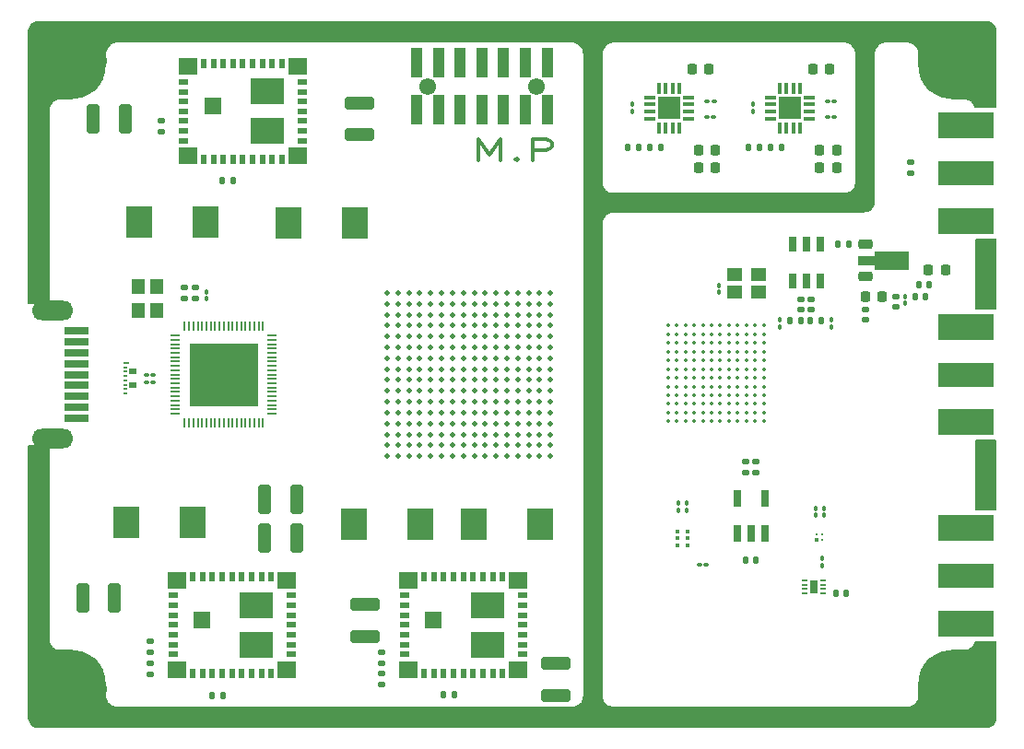
<source format=gts>
%TF.GenerationSoftware,KiCad,Pcbnew,8.0.1*%
%TF.CreationDate,2024-04-14T19:48:44+02:00*%
%TF.ProjectId,start_1,73746172-745f-4312-9e6b-696361645f70,rev?*%
%TF.SameCoordinates,Original*%
%TF.FileFunction,Soldermask,Top*%
%TF.FilePolarity,Negative*%
%FSLAX46Y46*%
G04 Gerber Fmt 4.6, Leading zero omitted, Abs format (unit mm)*
G04 Created by KiCad (PCBNEW 8.0.1) date 2024-04-14 19:48:44*
%MOMM*%
%LPD*%
G01*
G04 APERTURE LIST*
G04 Aperture macros list*
%AMRoundRect*
0 Rectangle with rounded corners*
0 $1 Rounding radius*
0 $2 $3 $4 $5 $6 $7 $8 $9 X,Y pos of 4 corners*
0 Add a 4 corners polygon primitive as box body*
4,1,4,$2,$3,$4,$5,$6,$7,$8,$9,$2,$3,0*
0 Add four circle primitives for the rounded corners*
1,1,$1+$1,$2,$3*
1,1,$1+$1,$4,$5*
1,1,$1+$1,$6,$7*
1,1,$1+$1,$8,$9*
0 Add four rect primitives between the rounded corners*
20,1,$1+$1,$2,$3,$4,$5,0*
20,1,$1+$1,$4,$5,$6,$7,0*
20,1,$1+$1,$6,$7,$8,$9,0*
20,1,$1+$1,$8,$9,$2,$3,0*%
%AMFreePoly0*
4,1,9,3.862500,-0.866500,0.737500,-0.866500,0.737500,-0.450000,-0.737500,-0.450000,-0.737500,0.450000,0.737500,0.450000,0.737500,0.866500,3.862500,0.866500,3.862500,-0.866500,3.862500,-0.866500,$1*%
G04 Aperture macros list end*
%ADD10C,0.300000*%
%ADD11R,0.355600X1.016000*%
%ADD12R,1.016000X0.355600*%
%ADD13R,2.108200X2.108200*%
%ADD14R,6.310000X5.810000*%
%ADD15RoundRect,0.050000X-0.387500X0.050000X-0.387500X-0.050000X0.387500X-0.050000X0.387500X0.050000X0*%
%ADD16RoundRect,0.050000X-0.050000X0.387500X-0.050000X-0.387500X0.050000X-0.387500X0.050000X0.387500X0*%
%ADD17RoundRect,0.100000X-0.100000X0.130000X-0.100000X-0.130000X0.100000X-0.130000X0.100000X0.130000X0*%
%ADD18RoundRect,0.100000X-0.130000X-0.100000X0.130000X-0.100000X0.130000X0.100000X-0.130000X0.100000X0*%
%ADD19RoundRect,0.225000X-0.425000X-0.225000X0.425000X-0.225000X0.425000X0.225000X-0.425000X0.225000X0*%
%ADD20FreePoly0,0.000000*%
%ADD21R,2.400000X2.900000*%
%ADD22C,0.800000*%
%ADD23C,6.400000*%
%ADD24R,1.700000X1.600000*%
%ADD25R,0.600000X0.950000*%
%ADD26R,0.950000X0.600000*%
%ADD27R,1.600000X1.600000*%
%ADD28R,3.100000X2.350000*%
%ADD29R,5.080000X2.290000*%
%ADD30R,5.080000X2.420000*%
%ADD31RoundRect,0.250000X-1.100000X0.325000X-1.100000X-0.325000X1.100000X-0.325000X1.100000X0.325000X0*%
%ADD32RoundRect,0.140000X-0.170000X0.140000X-0.170000X-0.140000X0.170000X-0.140000X0.170000X0.140000X0*%
%ADD33C,0.500000*%
%ADD34RoundRect,0.225000X-0.225000X-0.250000X0.225000X-0.250000X0.225000X0.250000X-0.225000X0.250000X0*%
%ADD35RoundRect,0.100000X0.100000X-0.130000X0.100000X0.130000X-0.100000X0.130000X-0.100000X-0.130000X0*%
%ADD36RoundRect,0.135000X-0.135000X-0.185000X0.135000X-0.185000X0.135000X0.185000X-0.135000X0.185000X0*%
%ADD37RoundRect,0.135000X0.135000X0.185000X-0.135000X0.185000X-0.135000X-0.185000X0.135000X-0.185000X0*%
%ADD38RoundRect,0.250000X0.325000X1.100000X-0.325000X1.100000X-0.325000X-1.100000X0.325000X-1.100000X0*%
%ADD39RoundRect,0.147500X-0.147500X-0.172500X0.147500X-0.172500X0.147500X0.172500X-0.147500X0.172500X0*%
%ADD40RoundRect,0.140000X-0.140000X-0.170000X0.140000X-0.170000X0.140000X0.170000X-0.140000X0.170000X0*%
%ADD41RoundRect,0.218750X0.218750X0.256250X-0.218750X0.256250X-0.218750X-0.256250X0.218750X-0.256250X0*%
%ADD42R,0.736600X1.447800*%
%ADD43R,0.600000X0.200000*%
%ADD44R,0.750000X1.250000*%
%ADD45RoundRect,0.135000X-0.185000X0.135000X-0.185000X-0.135000X0.185000X-0.135000X0.185000X0.135000X0*%
%ADD46R,1.400000X1.150000*%
%ADD47C,1.549400*%
%ADD48R,0.990600X2.743200*%
%ADD49R,2.300000X0.700000*%
%ADD50O,3.800000X1.800000*%
%ADD51RoundRect,0.140000X0.170000X-0.140000X0.170000X0.140000X-0.170000X0.140000X-0.170000X-0.140000X0*%
%ADD52RoundRect,0.135000X0.185000X-0.135000X0.185000X0.135000X-0.185000X0.135000X-0.185000X-0.135000X0*%
%ADD53R,0.300000X0.300000*%
%ADD54R,0.250000X0.250000*%
%ADD55R,0.760000X1.650000*%
%ADD56RoundRect,0.250000X1.100000X-0.325000X1.100000X0.325000X-1.100000X0.325000X-1.100000X-0.325000X0*%
%ADD57RoundRect,0.140000X0.140000X0.170000X-0.140000X0.170000X-0.140000X-0.170000X0.140000X-0.170000X0*%
%ADD58R,0.330000X0.410000*%
%ADD59C,0.355600*%
%ADD60R,1.200000X1.400000*%
%ADD61R,0.508000X0.254000*%
%ADD62R,0.406400X0.254000*%
%ADD63R,0.660400X0.508000*%
%ADD64RoundRect,0.147500X0.147500X0.172500X-0.147500X0.172500X-0.147500X-0.172500X0.147500X-0.172500X0*%
G04 APERTURE END LIST*
D10*
X184355463Y-169839638D02*
X184355463Y-167839638D01*
X184355463Y-167839638D02*
X185388796Y-169268209D01*
X185388796Y-169268209D02*
X186422129Y-167839638D01*
X186422129Y-167839638D02*
X186422129Y-169839638D01*
X187898320Y-169649161D02*
X188045939Y-169744400D01*
X188045939Y-169744400D02*
X187898320Y-169839638D01*
X187898320Y-169839638D02*
X187750701Y-169744400D01*
X187750701Y-169744400D02*
X187898320Y-169649161D01*
X187898320Y-169649161D02*
X187898320Y-169839638D01*
X189374510Y-169839638D02*
X189374510Y-167839638D01*
X189374510Y-167839638D02*
X190555462Y-167839638D01*
X190555462Y-167839638D02*
X190850700Y-167934876D01*
X190850700Y-167934876D02*
X190998319Y-168030114D01*
X190998319Y-168030114D02*
X191145938Y-168220590D01*
X191145938Y-168220590D02*
X191145938Y-168506304D01*
X191145938Y-168506304D02*
X190998319Y-168696780D01*
X190998319Y-168696780D02*
X190850700Y-168792019D01*
X190850700Y-168792019D02*
X190555462Y-168887257D01*
X190555462Y-168887257D02*
X189374510Y-168887257D01*
D11*
%TO.C,IC5*%
X213965200Y-163196600D03*
X213330200Y-163196600D03*
X212669800Y-163196600D03*
X212034800Y-163196600D03*
D12*
X211196600Y-164034800D03*
X211196600Y-164669800D03*
X211196600Y-165330200D03*
X211196600Y-165965200D03*
D11*
X212034800Y-166803400D03*
X212669800Y-166803400D03*
X213330200Y-166803400D03*
X213965200Y-166803400D03*
D12*
X214803400Y-165965200D03*
X214803400Y-165330200D03*
X214803400Y-164669800D03*
X214803400Y-164034800D03*
D13*
X213000000Y-165000000D03*
%TD*%
D11*
%TO.C,IC4*%
X202875600Y-163196600D03*
X202240600Y-163196600D03*
X201580200Y-163196600D03*
X200945200Y-163196600D03*
D12*
X200107000Y-164034800D03*
X200107000Y-164669800D03*
X200107000Y-165330200D03*
X200107000Y-165965200D03*
D11*
X200945200Y-166803400D03*
X201580200Y-166803400D03*
X202240600Y-166803400D03*
X202875600Y-166803400D03*
D12*
X203713800Y-165965200D03*
X203713800Y-165330200D03*
X203713800Y-164669800D03*
X203713800Y-164034800D03*
D13*
X201910400Y-165000000D03*
%TD*%
D14*
%TO.C,U4*%
X161000000Y-189500000D03*
D15*
X165437500Y-185900000D03*
X165437500Y-186300000D03*
X165437500Y-186700000D03*
X165437500Y-187100000D03*
X165437500Y-187500000D03*
X165437500Y-187900000D03*
X165437500Y-188300000D03*
X165437500Y-188700000D03*
X165437500Y-189100000D03*
X165437500Y-189500000D03*
X165437500Y-189900000D03*
X165437500Y-190300000D03*
X165437500Y-190700000D03*
X165437500Y-191100000D03*
X165437500Y-191500000D03*
X165437500Y-191900000D03*
X165437500Y-192300000D03*
X165437500Y-192700000D03*
X165437500Y-193100000D03*
D16*
X164600000Y-193937500D03*
X164200000Y-193937500D03*
X163800000Y-193937500D03*
X163400000Y-193937500D03*
X163000000Y-193937500D03*
X162600000Y-193937500D03*
X162200000Y-193937500D03*
X161800000Y-193937500D03*
X161400000Y-193937500D03*
X161000000Y-193937500D03*
X160600000Y-193937500D03*
X160200000Y-193937500D03*
X159800000Y-193937500D03*
X159400000Y-193937500D03*
X159000000Y-193937500D03*
X158600000Y-193937500D03*
X158200000Y-193937500D03*
X157800000Y-193937500D03*
X157400000Y-193937500D03*
D15*
X156562500Y-193100000D03*
X156562500Y-192700000D03*
X156562500Y-192300000D03*
X156562500Y-191900000D03*
X156562500Y-191500000D03*
X156562500Y-191100000D03*
X156562500Y-190700000D03*
X156562500Y-190300000D03*
X156562500Y-189900000D03*
X156562500Y-189500000D03*
X156562500Y-189100000D03*
X156562500Y-188700000D03*
X156562500Y-188300000D03*
X156562500Y-187900000D03*
X156562500Y-187500000D03*
X156562500Y-187100000D03*
X156562500Y-186700000D03*
X156562500Y-186300000D03*
X156562500Y-185900000D03*
D16*
X157400000Y-185062500D03*
X157800000Y-185062500D03*
X158200000Y-185062500D03*
X158600000Y-185062500D03*
X159000000Y-185062500D03*
X159400000Y-185062500D03*
X159800000Y-185062500D03*
X160200000Y-185062500D03*
X160600000Y-185062500D03*
X161000000Y-185062500D03*
X161400000Y-185062500D03*
X161800000Y-185062500D03*
X162200000Y-185062500D03*
X162600000Y-185062500D03*
X163000000Y-185062500D03*
X163400000Y-185062500D03*
X163800000Y-185062500D03*
X164200000Y-185062500D03*
X164600000Y-185062500D03*
%TD*%
D17*
%TO.C,C119*%
X223600000Y-182945000D03*
X223600000Y-182305000D03*
%TD*%
D18*
%TO.C,C98*%
X217090000Y-165850000D03*
X216450000Y-165850000D03*
%TD*%
D19*
%TO.C,U6*%
X219950000Y-177500000D03*
D20*
X220037500Y-179000000D03*
D19*
X219950000Y-180500000D03*
%TD*%
D21*
%TO.C,C76*%
X153200000Y-175500000D03*
X159300000Y-175500000D03*
%TD*%
D22*
%TO.C,H1*%
X225600000Y-218000000D03*
X226302944Y-216302944D03*
X226302944Y-219697056D03*
X228000000Y-215600000D03*
D23*
X228000000Y-218000000D03*
D22*
X228000000Y-220400000D03*
X229697056Y-216302944D03*
X229697056Y-219697056D03*
X230400000Y-218000000D03*
%TD*%
D17*
%TO.C,C105*%
X202750000Y-201975000D03*
X202750000Y-201335000D03*
%TD*%
%TO.C,C116*%
X216000000Y-207040000D03*
X216000000Y-206400000D03*
%TD*%
D24*
%TO.C,IC3*%
X156700000Y-216600000D03*
D25*
X158150000Y-216925000D03*
X159050000Y-216925000D03*
X159950000Y-216925000D03*
X160850000Y-216925000D03*
X161750000Y-216925000D03*
X162650000Y-216925000D03*
X163550000Y-216925000D03*
X164450000Y-216925000D03*
X165350000Y-216925000D03*
D24*
X166800000Y-216600000D03*
D26*
X167175000Y-215200000D03*
X167175000Y-214300000D03*
X167175000Y-213400000D03*
X167175000Y-212500000D03*
X167175000Y-211600000D03*
X167175000Y-210700000D03*
X167175000Y-209800000D03*
D24*
X166800000Y-208400000D03*
D25*
X165350000Y-208075000D03*
X164450000Y-208075000D03*
X163550000Y-208075000D03*
X162650000Y-208075000D03*
X161750000Y-208075000D03*
X160850000Y-208075000D03*
X159950000Y-208075000D03*
X159050000Y-208075000D03*
X158150000Y-208075000D03*
D24*
X156700000Y-208400000D03*
D26*
X156325000Y-209800000D03*
X156325000Y-210700000D03*
X156325000Y-211600000D03*
X156325000Y-212500000D03*
X156325000Y-213400000D03*
X156325000Y-214300000D03*
X156325000Y-215200000D03*
D27*
X159000000Y-212050000D03*
D28*
X164000000Y-214335000D03*
X164000000Y-210665000D03*
%TD*%
D29*
%TO.C,J3*%
X229130000Y-189500000D03*
D30*
X229130000Y-193880000D03*
X229130000Y-185120000D03*
%TD*%
D17*
%TO.C,C104*%
X216100000Y-202420000D03*
X216100000Y-201780000D03*
%TD*%
D31*
%TO.C,C78*%
X174000000Y-210650000D03*
X174000000Y-213600000D03*
%TD*%
D32*
%TO.C,C121*%
X209900000Y-197530000D03*
X209900000Y-198490000D03*
%TD*%
D33*
%TO.C,U1*%
X191000000Y-197000000D03*
X190000000Y-197000000D03*
X189000000Y-197000000D03*
X188000000Y-197000000D03*
X187000000Y-197000000D03*
X186000000Y-197000000D03*
X185000000Y-197000000D03*
X184000000Y-197000000D03*
X183000000Y-197000000D03*
X182000000Y-197000000D03*
X181000000Y-197000000D03*
X180000000Y-197000000D03*
X179000000Y-197000000D03*
X178000000Y-197000000D03*
X177000000Y-197000000D03*
X176000000Y-197000000D03*
X191000000Y-196000000D03*
X190000000Y-196000000D03*
X189000000Y-196000000D03*
X188000000Y-196000000D03*
X187000000Y-196000000D03*
X186000000Y-196000000D03*
X185000000Y-196000000D03*
X184000000Y-196000000D03*
X183000000Y-196000000D03*
X182000000Y-196000000D03*
X181000000Y-196000000D03*
X180000000Y-196000000D03*
X179000000Y-196000000D03*
X178000000Y-196000000D03*
X177000000Y-196000000D03*
X176000000Y-196000000D03*
X191000000Y-195000000D03*
X190000000Y-195000000D03*
X189000000Y-195000000D03*
X188000000Y-195000000D03*
X187000000Y-195000000D03*
X186000000Y-195000000D03*
X185000000Y-195000000D03*
X184000000Y-195000000D03*
X183000000Y-195000000D03*
X182000000Y-195000000D03*
X181000000Y-195000000D03*
X180000000Y-195000000D03*
X179000000Y-195000000D03*
X178000000Y-195000000D03*
X177000000Y-195000000D03*
X176000000Y-195000000D03*
X191000000Y-194000000D03*
X190000000Y-194000000D03*
X189000000Y-194000000D03*
X188000000Y-194000000D03*
X187000000Y-194000000D03*
X186000000Y-194000000D03*
X185000000Y-194000000D03*
X184000000Y-194000000D03*
X183000000Y-194000000D03*
X182000000Y-194000000D03*
X181000000Y-194000000D03*
X180000000Y-194000000D03*
X179000000Y-194000000D03*
X178000000Y-194000000D03*
X177000000Y-194000000D03*
X176000000Y-194000000D03*
X191000000Y-193000000D03*
X190000000Y-193000000D03*
X189000000Y-193000000D03*
X188000000Y-193000000D03*
X187000000Y-193000000D03*
X186000000Y-193000000D03*
X185000000Y-193000000D03*
X184000000Y-193000000D03*
X183000000Y-193000000D03*
X182000000Y-193000000D03*
X181000000Y-193000000D03*
X180000000Y-193000000D03*
X179000000Y-193000000D03*
X178000000Y-193000000D03*
X177000000Y-193000000D03*
X176000000Y-193000000D03*
X191000000Y-192000000D03*
X190000000Y-192000000D03*
X189000000Y-192000000D03*
X188000000Y-192000000D03*
X187000000Y-192000000D03*
X186000000Y-192000000D03*
X185000000Y-192000000D03*
X184000000Y-192000000D03*
X183000000Y-192000000D03*
X182000000Y-192000000D03*
X181000000Y-192000000D03*
X180000000Y-192000000D03*
X179000000Y-192000000D03*
X178000000Y-192000000D03*
X177000000Y-192000000D03*
X176000000Y-192000000D03*
X191000000Y-191000000D03*
X190000000Y-191000000D03*
X189000000Y-191000000D03*
X188000000Y-191000000D03*
X187000000Y-191000000D03*
X186000000Y-191000000D03*
X185000000Y-191000000D03*
X184000000Y-191000000D03*
X183000000Y-191000000D03*
X182000000Y-191000000D03*
X181000000Y-191000000D03*
X180000000Y-191000000D03*
X179000000Y-191000000D03*
X178000000Y-191000000D03*
X177000000Y-191000000D03*
X176000000Y-191000000D03*
X191000000Y-190000000D03*
X190000000Y-190000000D03*
X189000000Y-190000000D03*
X188000000Y-190000000D03*
X187000000Y-190000000D03*
X186000000Y-190000000D03*
X185000000Y-190000000D03*
X184000000Y-190000000D03*
X183000000Y-190000000D03*
X182000000Y-190000000D03*
X181000000Y-190000000D03*
X180000000Y-190000000D03*
X179000000Y-190000000D03*
X178000000Y-190000000D03*
X177000000Y-190000000D03*
X176000000Y-190000000D03*
X191000000Y-189000000D03*
X190000000Y-189000000D03*
X189000000Y-189000000D03*
X188000000Y-189000000D03*
X187000000Y-189000000D03*
X186000000Y-189000000D03*
X185000000Y-189000000D03*
X184000000Y-189000000D03*
X183000000Y-189000000D03*
X182000000Y-189000000D03*
X181000000Y-189000000D03*
X180000000Y-189000000D03*
X179000000Y-189000000D03*
X178000000Y-189000000D03*
X177000000Y-189000000D03*
X176000000Y-189000000D03*
X191000000Y-188000000D03*
X190000000Y-188000000D03*
X189000000Y-188000000D03*
X188000000Y-188000000D03*
X187000000Y-188000000D03*
X186000000Y-188000000D03*
X185000000Y-188000000D03*
X184000000Y-188000000D03*
X183000000Y-188000000D03*
X182000000Y-188000000D03*
X181000000Y-188000000D03*
X180000000Y-188000000D03*
X179000000Y-188000000D03*
X178000000Y-188000000D03*
X177000000Y-188000000D03*
X176000000Y-188000000D03*
X191000000Y-187000000D03*
X190000000Y-187000000D03*
X189000000Y-187000000D03*
X188000000Y-187000000D03*
X187000000Y-187000000D03*
X186000000Y-187000000D03*
X185000000Y-187000000D03*
X184000000Y-187000000D03*
X183000000Y-187000000D03*
X182000000Y-187000000D03*
X181000000Y-187000000D03*
X180000000Y-187000000D03*
X179000000Y-187000000D03*
X178000000Y-187000000D03*
X177000000Y-187000000D03*
X176000000Y-187000000D03*
X191000000Y-186000000D03*
X190000000Y-186000000D03*
X189000000Y-186000000D03*
X188000000Y-186000000D03*
X187000000Y-186000000D03*
X186000000Y-186000000D03*
X185000000Y-186000000D03*
X184000000Y-186000000D03*
X183000000Y-186000000D03*
X182000000Y-186000000D03*
X181000000Y-186000000D03*
X180000000Y-186000000D03*
X179000000Y-186000000D03*
X178000000Y-186000000D03*
X177000000Y-186000000D03*
X176000000Y-186000000D03*
X191000000Y-185000000D03*
X190000000Y-185000000D03*
X189000000Y-185000000D03*
X188000000Y-185000000D03*
X187000000Y-185000000D03*
X186000000Y-185000000D03*
X185000000Y-185000000D03*
X184000000Y-185000000D03*
X183000000Y-185000000D03*
X182000000Y-185000000D03*
X181000000Y-185000000D03*
X180000000Y-185000000D03*
X179000000Y-185000000D03*
X178000000Y-185000000D03*
X177000000Y-185000000D03*
X176000000Y-185000000D03*
X191000000Y-184000000D03*
X190000000Y-184000000D03*
X189000000Y-184000000D03*
X188000000Y-184000000D03*
X187000000Y-184000000D03*
X186000000Y-184000000D03*
X185000000Y-184000000D03*
X184000000Y-184000000D03*
X183000000Y-184000000D03*
X182000000Y-184000000D03*
X181000000Y-184000000D03*
X180000000Y-184000000D03*
X179000000Y-184000000D03*
X178000000Y-184000000D03*
X177000000Y-184000000D03*
X176000000Y-184000000D03*
X191000000Y-183000000D03*
X190000000Y-183000000D03*
X189000000Y-183000000D03*
X188000000Y-183000000D03*
X187000000Y-183000000D03*
X186000000Y-183000000D03*
X185000000Y-183000000D03*
X184000000Y-183000000D03*
X183000000Y-183000000D03*
X182000000Y-183000000D03*
X181000000Y-183000000D03*
X180000000Y-183000000D03*
X179000000Y-183000000D03*
X178000000Y-183000000D03*
X177000000Y-183000000D03*
X176000000Y-183000000D03*
X191000000Y-182000000D03*
X190000000Y-182000000D03*
X189000000Y-182000000D03*
X188000000Y-182000000D03*
X187000000Y-182000000D03*
X186000000Y-182000000D03*
X185000000Y-182000000D03*
X184000000Y-182000000D03*
X183000000Y-182000000D03*
X182000000Y-182000000D03*
X181000000Y-182000000D03*
X180000000Y-182000000D03*
X179000000Y-182000000D03*
X178000000Y-182000000D03*
X177000000Y-182000000D03*
X176000000Y-182000000D03*
%TD*%
D29*
%TO.C,J4*%
X229130000Y-208000000D03*
D30*
X229130000Y-212380000D03*
X229130000Y-203620000D03*
%TD*%
D34*
%TO.C,C93*%
X204582000Y-168850000D03*
X206132000Y-168850000D03*
%TD*%
D35*
%TO.C,C154*%
X206500000Y-181280000D03*
X206500000Y-181920000D03*
%TD*%
%TO.C,C92*%
X209600000Y-164680000D03*
X209600000Y-165320000D03*
%TD*%
D32*
%TO.C,C117*%
X208900000Y-197530000D03*
X208900000Y-198490000D03*
%TD*%
D18*
%TO.C,C89*%
X206020000Y-164350000D03*
X205380000Y-164350000D03*
%TD*%
D36*
%TO.C,R21*%
X181190000Y-218950000D03*
X182210000Y-218950000D03*
%TD*%
D24*
%TO.C,IC1*%
X177950000Y-216600000D03*
D25*
X179400000Y-216925000D03*
X180300000Y-216925000D03*
X181200000Y-216925000D03*
X182100000Y-216925000D03*
X183000000Y-216925000D03*
X183900000Y-216925000D03*
X184800000Y-216925000D03*
X185700000Y-216925000D03*
X186600000Y-216925000D03*
D24*
X188050000Y-216600000D03*
D26*
X188425000Y-215200000D03*
X188425000Y-214300000D03*
X188425000Y-213400000D03*
X188425000Y-212500000D03*
X188425000Y-211600000D03*
X188425000Y-210700000D03*
X188425000Y-209800000D03*
D24*
X188050000Y-208400000D03*
D25*
X186600000Y-208075000D03*
X185700000Y-208075000D03*
X184800000Y-208075000D03*
X183900000Y-208075000D03*
X183000000Y-208075000D03*
X182100000Y-208075000D03*
X181200000Y-208075000D03*
X180300000Y-208075000D03*
X179400000Y-208075000D03*
D24*
X177950000Y-208400000D03*
D26*
X177575000Y-209800000D03*
X177575000Y-210700000D03*
X177575000Y-211600000D03*
X177575000Y-212500000D03*
X177575000Y-213400000D03*
X177575000Y-214300000D03*
X177575000Y-215200000D03*
D27*
X180250000Y-212050000D03*
D28*
X185250000Y-214335000D03*
X185250000Y-210665000D03*
%TD*%
D37*
%TO.C,R32*%
X210226400Y-168600000D03*
X209206400Y-168600000D03*
%TD*%
D17*
%TO.C,C103*%
X215350000Y-202420000D03*
X215350000Y-201780000D03*
%TD*%
D36*
%TO.C,R23*%
X159890000Y-219000000D03*
X160910000Y-219000000D03*
%TD*%
D18*
%TO.C,C97*%
X205980400Y-165850000D03*
X205340400Y-165850000D03*
%TD*%
D38*
%TO.C,C83*%
X167725000Y-201000000D03*
X164775000Y-201000000D03*
%TD*%
D39*
%TO.C,FB6*%
X224815000Y-181200000D03*
X225785000Y-181200000D03*
%TD*%
D40*
%TO.C,C115*%
X208920000Y-206530000D03*
X209880000Y-206530000D03*
%TD*%
D21*
%TO.C,C85*%
X173050000Y-175600000D03*
X166950000Y-175600000D03*
%TD*%
D40*
%TO.C,C113*%
X217220000Y-209600000D03*
X218180000Y-209600000D03*
%TD*%
D41*
%TO.C,L3*%
X221487500Y-182300000D03*
X219912500Y-182300000D03*
%TD*%
D42*
%TO.C,T3*%
X213230000Y-177523600D03*
X214500000Y-177523600D03*
X215770000Y-177523600D03*
X215770000Y-180876400D03*
X214500000Y-180876400D03*
X213230000Y-180876400D03*
%TD*%
D43*
%TO.C,S1*%
X216050000Y-209600000D03*
X216050000Y-209200000D03*
X216050000Y-208800000D03*
X216050000Y-208400000D03*
X214350000Y-208400000D03*
X214350000Y-208800000D03*
X214350000Y-209200000D03*
X214350000Y-209600000D03*
D44*
X215200000Y-209000000D03*
%TD*%
D17*
%TO.C,C109*%
X216800000Y-185120000D03*
X216800000Y-184480000D03*
%TD*%
D45*
%TO.C,R24*%
X175500000Y-214980000D03*
X175500000Y-216000000D03*
%TD*%
D22*
%TO.C,H2*%
X144600000Y-218000000D03*
X145302944Y-216302944D03*
X145302944Y-219697056D03*
X147000000Y-215600000D03*
D23*
X147000000Y-218000000D03*
D22*
X147000000Y-220400000D03*
X148697056Y-216302944D03*
X148697056Y-219697056D03*
X149400000Y-218000000D03*
%TD*%
D34*
%TO.C,C125*%
X225725000Y-179900000D03*
X227275000Y-179900000D03*
%TD*%
D17*
%TO.C,C106*%
X203500000Y-201975000D03*
X203500000Y-201335000D03*
%TD*%
D46*
%TO.C,Y2*%
X207900000Y-181925000D03*
X210100000Y-181925000D03*
X210100000Y-180325000D03*
X207900000Y-180325000D03*
%TD*%
D47*
%TO.C,J1*%
X179700000Y-163000000D03*
X189700000Y-163000000D03*
D48*
X178699999Y-165130001D03*
X178699999Y-160869999D03*
X180700000Y-165130001D03*
X180700000Y-160869999D03*
X182699999Y-165130001D03*
X182699999Y-160869999D03*
X184700000Y-165130001D03*
X184700000Y-160869999D03*
X186700001Y-165130001D03*
X186700001Y-160869999D03*
X188700000Y-165130001D03*
X188700000Y-160869999D03*
X190700001Y-165130001D03*
X190700001Y-160869999D03*
%TD*%
D49*
%TO.C,J2*%
X147500000Y-192500000D03*
X147500000Y-190500000D03*
X147500000Y-188500000D03*
X147500000Y-186500000D03*
X147500000Y-185500000D03*
X147500000Y-187500000D03*
X147500000Y-189500000D03*
X147500000Y-191500000D03*
X147500000Y-193500000D03*
D50*
X145300000Y-183650000D03*
X145300000Y-195350000D03*
%TD*%
D34*
%TO.C,C87*%
X204025000Y-161400000D03*
X205575000Y-161400000D03*
%TD*%
D36*
%TO.C,R22*%
X160835585Y-171700001D03*
X161855585Y-171700001D03*
%TD*%
D32*
%TO.C,C118*%
X222700000Y-182320000D03*
X222700000Y-183280000D03*
%TD*%
D51*
%TO.C,C108*%
X214000000Y-183560000D03*
X214000000Y-182600000D03*
%TD*%
D31*
%TO.C,C81*%
X191500000Y-216025000D03*
X191500000Y-218975000D03*
%TD*%
D34*
%TO.C,C94*%
X215725000Y-168850000D03*
X217275000Y-168850000D03*
%TD*%
D52*
%TO.C,R26*%
X155245585Y-167210001D03*
X155245585Y-166190001D03*
%TD*%
D18*
%TO.C,C114*%
X205320000Y-207000000D03*
X204680000Y-207000000D03*
%TD*%
D22*
%TO.C,H4*%
X144600000Y-161000000D03*
X145302944Y-159302944D03*
X145302944Y-162697056D03*
X147000000Y-158600000D03*
D23*
X147000000Y-161000000D03*
D22*
X147000000Y-163400000D03*
X148697056Y-159302944D03*
X148697056Y-162697056D03*
X149400000Y-161000000D03*
%TD*%
D37*
%TO.C,R29*%
X201127000Y-168600000D03*
X200107000Y-168600000D03*
%TD*%
D53*
%TO.C,FL1*%
X215445000Y-204725000D03*
D54*
X215970000Y-204700000D03*
X215970000Y-204200000D03*
X215470000Y-204200000D03*
%TD*%
D34*
%TO.C,C88*%
X215125000Y-161400000D03*
X216675000Y-161400000D03*
%TD*%
D17*
%TO.C,C100*%
X212100000Y-185120000D03*
X212100000Y-184480000D03*
%TD*%
D45*
%TO.C,R27*%
X154250000Y-213980000D03*
X154250000Y-215000000D03*
%TD*%
D38*
%TO.C,C86*%
X167725000Y-204500000D03*
X164775000Y-204500000D03*
%TD*%
D45*
%TO.C,R19*%
X158400000Y-181500000D03*
X158400000Y-182520000D03*
%TD*%
D55*
%TO.C,T1*%
X210670000Y-204080000D03*
X209400000Y-204080000D03*
X208130000Y-204080000D03*
X208130000Y-200900000D03*
X210670000Y-200900000D03*
%TD*%
D40*
%TO.C,C110*%
X217420000Y-177500000D03*
X218380000Y-177500000D03*
%TD*%
D56*
%TO.C,C82*%
X173500000Y-167475000D03*
X173500000Y-164525000D03*
%TD*%
D37*
%TO.C,R30*%
X199127000Y-168600000D03*
X198107000Y-168600000D03*
%TD*%
D57*
%TO.C,C122*%
X225480000Y-182300000D03*
X224520000Y-182300000D03*
%TD*%
D37*
%TO.C,R31*%
X212206600Y-168600000D03*
X211186600Y-168600000D03*
%TD*%
D58*
%TO.C,T2*%
X203620000Y-205220000D03*
X203620000Y-204560000D03*
X203620000Y-203900000D03*
X202630000Y-203900000D03*
X202630000Y-204560000D03*
X202630000Y-205220000D03*
%TD*%
D34*
%TO.C,C95*%
X204582000Y-170500000D03*
X206132000Y-170500000D03*
%TD*%
D29*
%TO.C,J5*%
X229130000Y-171000000D03*
D30*
X229130000Y-175380000D03*
X229130000Y-166620000D03*
%TD*%
D35*
%TO.C,C91*%
X198500000Y-164680000D03*
X198500000Y-165320000D03*
%TD*%
%TO.C,C74*%
X159400000Y-181880000D03*
X159400000Y-182520000D03*
%TD*%
D51*
%TO.C,C107*%
X214950000Y-183560000D03*
X214950000Y-182600000D03*
%TD*%
D59*
%TO.C,U5*%
X201800000Y-193800000D03*
X201800000Y-193000000D03*
X201800000Y-192200000D03*
X201800000Y-191400000D03*
X201800000Y-190600000D03*
X201800000Y-189800000D03*
X201800000Y-189000000D03*
X201800000Y-188200000D03*
X201800000Y-187400000D03*
X201800000Y-186600001D03*
X201800000Y-185800001D03*
X201800000Y-185000001D03*
X202600000Y-193800000D03*
X202600000Y-193000000D03*
X202600000Y-192200000D03*
X202600000Y-191400000D03*
X202600000Y-190600000D03*
X202600000Y-189800000D03*
X202600000Y-189000000D03*
X202600000Y-188200000D03*
X202600000Y-187400000D03*
X202600000Y-186600001D03*
X202600000Y-185800001D03*
X202600000Y-185000001D03*
X203400000Y-193800000D03*
X203400000Y-193000000D03*
X203400000Y-192200000D03*
X203400000Y-191400000D03*
X203400000Y-190600000D03*
X203400000Y-189800000D03*
X203400000Y-189000000D03*
X203400000Y-188200000D03*
X203400000Y-187400000D03*
X203400000Y-186600001D03*
X203400000Y-185800001D03*
X203400000Y-185000001D03*
X204200000Y-193800000D03*
X204200000Y-193000000D03*
X204200000Y-192200000D03*
X204200000Y-191400000D03*
X204200000Y-190600000D03*
X204200000Y-189800000D03*
X204200000Y-189000000D03*
X204200000Y-188200000D03*
X204200000Y-187400000D03*
X204200000Y-186600001D03*
X204200000Y-185800001D03*
X204200000Y-185000001D03*
X205000000Y-193800000D03*
X205000000Y-193000000D03*
X205000000Y-192200000D03*
X205000000Y-191400000D03*
X205000000Y-190600000D03*
X205000000Y-189800000D03*
X205000000Y-189000000D03*
X205000000Y-188200000D03*
X205000000Y-187400000D03*
X205000000Y-186600001D03*
X205000000Y-185800001D03*
X205000000Y-185000001D03*
X205800000Y-193800000D03*
X205800000Y-193000000D03*
X205800000Y-192200000D03*
X205800000Y-191400000D03*
X205800000Y-190600000D03*
X205800000Y-189800000D03*
X205800000Y-189000000D03*
X205800000Y-188200000D03*
X205800000Y-187400000D03*
X205800000Y-186600001D03*
X205800000Y-185800001D03*
X205800000Y-185000001D03*
X206600000Y-193800000D03*
X206600000Y-193000000D03*
X206600000Y-192200000D03*
X206600000Y-191400000D03*
X206600000Y-190600000D03*
X206600000Y-189800000D03*
X206600000Y-189000000D03*
X206600000Y-188200000D03*
X206600000Y-187400000D03*
X206600000Y-186600001D03*
X206600000Y-185800001D03*
X206600000Y-185000001D03*
X207400000Y-193800000D03*
X207400000Y-193000000D03*
X207400000Y-192200000D03*
X207400000Y-191400000D03*
X207400000Y-190600000D03*
X207400000Y-189800000D03*
X207400000Y-189000000D03*
X207400000Y-188200000D03*
X207400000Y-187400000D03*
X207400000Y-186600001D03*
X207400000Y-185800001D03*
X207400000Y-185000001D03*
X208200000Y-193800000D03*
X208200000Y-193000000D03*
X208200000Y-192200000D03*
X208200000Y-191400000D03*
X208200000Y-190600000D03*
X208200000Y-189800000D03*
X208200000Y-189000000D03*
X208200000Y-188200000D03*
X208200000Y-187400000D03*
X208200000Y-186600001D03*
X208200000Y-185800001D03*
X208200000Y-185000001D03*
X208999999Y-193800000D03*
X208999999Y-193000000D03*
X208999999Y-192200000D03*
X208999999Y-191400000D03*
X208999999Y-190600000D03*
X208999999Y-189800000D03*
X208999999Y-189000000D03*
X208999999Y-188200000D03*
X208999999Y-187400000D03*
X208999999Y-186600001D03*
X208999999Y-185800001D03*
X208999999Y-185000001D03*
X209799999Y-193800000D03*
X209799999Y-193000000D03*
X209799999Y-192200000D03*
X209799999Y-191400000D03*
X209799999Y-190600000D03*
X209799999Y-189800000D03*
X209799999Y-189000000D03*
X209799999Y-188200000D03*
X209799999Y-187400000D03*
X209799999Y-186600001D03*
X209799999Y-185800001D03*
X209799999Y-185000001D03*
X210599999Y-193800000D03*
X210599999Y-193000000D03*
X210599999Y-192200000D03*
X210599999Y-191400000D03*
X210599999Y-190600000D03*
X210599999Y-189800000D03*
X210599999Y-189000000D03*
X210599999Y-188200000D03*
X210599999Y-187400000D03*
X210599999Y-186600001D03*
X210599999Y-185800001D03*
X210599999Y-185000001D03*
%TD*%
D21*
%TO.C,C75*%
X172950000Y-203250000D03*
X179050000Y-203250000D03*
%TD*%
D38*
%TO.C,C79*%
X151975000Y-166000000D03*
X149025000Y-166000000D03*
%TD*%
D34*
%TO.C,C96*%
X215725000Y-170500000D03*
X217275000Y-170500000D03*
%TD*%
D45*
%TO.C,R18*%
X157400000Y-181490000D03*
X157400000Y-182510000D03*
%TD*%
D32*
%TO.C,C111*%
X219900000Y-183520000D03*
X219900000Y-184480000D03*
%TD*%
D38*
%TO.C,C80*%
X150975000Y-210000000D03*
X148025000Y-210000000D03*
%TD*%
D52*
%TO.C,R35*%
X224100000Y-171010000D03*
X224100000Y-169990000D03*
%TD*%
D39*
%TO.C,L1*%
X213030000Y-184500000D03*
X214000000Y-184500000D03*
%TD*%
D18*
%TO.C,C60*%
X154500000Y-190200000D03*
X153860000Y-190200000D03*
%TD*%
D60*
%TO.C,Y1*%
X153150000Y-181400000D03*
X153150000Y-183600000D03*
X154850000Y-183600000D03*
X154850000Y-181400000D03*
%TD*%
D21*
%TO.C,C84*%
X190048972Y-203250000D03*
X183948972Y-203250000D03*
%TD*%
D18*
%TO.C,C90*%
X217070000Y-164350000D03*
X216430000Y-164350000D03*
%TD*%
D21*
%TO.C,C77*%
X152000000Y-203050000D03*
X158100000Y-203050000D03*
%TD*%
D45*
%TO.C,R28*%
X154250000Y-216055000D03*
X154250000Y-217075000D03*
%TD*%
D61*
%TO.C,U3*%
X152000000Y-188430000D03*
D62*
X151949200Y-188829999D03*
X151949200Y-189230001D03*
X151949200Y-189630000D03*
X151949200Y-190030000D03*
X151949200Y-190429999D03*
X151949200Y-190830001D03*
X151949200Y-191230000D03*
D63*
X152622198Y-190424999D03*
X152622198Y-189235001D03*
%TD*%
D64*
%TO.C,L2*%
X215870000Y-184500000D03*
X214900000Y-184500000D03*
%TD*%
D22*
%TO.C,H3*%
X225600000Y-161000000D03*
X226302944Y-159302944D03*
X226302944Y-162697056D03*
X228000000Y-158600000D03*
D23*
X228000000Y-161000000D03*
D22*
X228000000Y-163400000D03*
X229697056Y-159302944D03*
X229697056Y-162697056D03*
X230400000Y-161000000D03*
%TD*%
D24*
%TO.C,IC2*%
X157695585Y-169400001D03*
D25*
X159145585Y-169725001D03*
X160045585Y-169725001D03*
X160945585Y-169725001D03*
X161845585Y-169725001D03*
X162745585Y-169725001D03*
X163645585Y-169725001D03*
X164545585Y-169725001D03*
X165445585Y-169725001D03*
X166345585Y-169725001D03*
D24*
X167795585Y-169400001D03*
D26*
X168170585Y-168000001D03*
X168170585Y-167100001D03*
X168170585Y-166200001D03*
X168170585Y-165300001D03*
X168170585Y-164400001D03*
X168170585Y-163500001D03*
X168170585Y-162600001D03*
D24*
X167795585Y-161200001D03*
D25*
X166345585Y-160875001D03*
X165445585Y-160875001D03*
X164545585Y-160875001D03*
X163645585Y-160875001D03*
X162745585Y-160875001D03*
X161845585Y-160875001D03*
X160945585Y-160875001D03*
X160045585Y-160875001D03*
X159145585Y-160875001D03*
D24*
X157695585Y-161200001D03*
D26*
X157320585Y-162600001D03*
X157320585Y-163500001D03*
X157320585Y-164400001D03*
X157320585Y-165300001D03*
X157320585Y-166200001D03*
X157320585Y-167100001D03*
X157320585Y-168000001D03*
D27*
X159995585Y-164850001D03*
D28*
X164995585Y-167135001D03*
X164995585Y-163465001D03*
%TD*%
D18*
%TO.C,C59*%
X154500000Y-189500000D03*
X153860000Y-189500000D03*
%TD*%
D45*
%TO.C,R25*%
X175500000Y-216980000D03*
X175500000Y-218000000D03*
%TD*%
G36*
X144943039Y-196019685D02*
G01*
X144988794Y-196072489D01*
X145000000Y-196124000D01*
X145000000Y-213799998D01*
X145009999Y-213939994D01*
X145019999Y-213999996D01*
X145040000Y-214079998D01*
X145079995Y-214189988D01*
X145079998Y-214189995D01*
X145120000Y-214280000D01*
X145169993Y-214359991D01*
X145225200Y-214433599D01*
X145249676Y-214499041D01*
X145250000Y-214507999D01*
X145250000Y-215376000D01*
X145230315Y-215443039D01*
X145177511Y-215488794D01*
X145126001Y-215500000D01*
X145000000Y-215500000D01*
X145000000Y-220000000D01*
X145126000Y-220000000D01*
X145193039Y-220019685D01*
X145238794Y-220072489D01*
X145250000Y-220124000D01*
X145250000Y-221876000D01*
X145230315Y-221943039D01*
X145177511Y-221988794D01*
X145126000Y-222000000D01*
X144001527Y-222000000D01*
X143998490Y-221999963D01*
X143912420Y-221997854D01*
X143891266Y-221995508D01*
X143720993Y-221961639D01*
X143697731Y-221954583D01*
X143538745Y-221888728D01*
X143517307Y-221877269D01*
X143374224Y-221781664D01*
X143355434Y-221766243D01*
X143233756Y-221644565D01*
X143218335Y-221625775D01*
X143122730Y-221482692D01*
X143111271Y-221461254D01*
X143045416Y-221302268D01*
X143038360Y-221279006D01*
X143004491Y-221108733D01*
X143002145Y-221087578D01*
X143000037Y-221001509D01*
X143000000Y-220998473D01*
X143000000Y-196124000D01*
X143019685Y-196056961D01*
X143072489Y-196011206D01*
X143124000Y-196000000D01*
X144876000Y-196000000D01*
X144943039Y-196019685D01*
G37*
G36*
X145193039Y-157019685D02*
G01*
X145238794Y-157072489D01*
X145250000Y-157124000D01*
X145250000Y-158876000D01*
X145230315Y-158943039D01*
X145177511Y-158988794D01*
X145126000Y-159000000D01*
X145000000Y-159000000D01*
X145000000Y-163500000D01*
X145126000Y-163500000D01*
X145193039Y-163519685D01*
X145238794Y-163572489D01*
X145250000Y-163624000D01*
X145250000Y-164492000D01*
X145230315Y-164559039D01*
X145225200Y-164566400D01*
X145169993Y-164640008D01*
X145120000Y-164719999D01*
X145079998Y-164810004D01*
X145079992Y-164810020D01*
X145039999Y-164920002D01*
X145020001Y-164999998D01*
X145009999Y-165060007D01*
X145000000Y-165200001D01*
X145000000Y-182876000D01*
X144980315Y-182943039D01*
X144927511Y-182988794D01*
X144876000Y-183000000D01*
X143124000Y-183000000D01*
X143056961Y-182980315D01*
X143011206Y-182927511D01*
X143000000Y-182876000D01*
X143000000Y-158001526D01*
X143000037Y-157998490D01*
X143002145Y-157912421D01*
X143004491Y-157891266D01*
X143038360Y-157720993D01*
X143045416Y-157697731D01*
X143111271Y-157538745D01*
X143122730Y-157517307D01*
X143218335Y-157374224D01*
X143233756Y-157355434D01*
X143355434Y-157233756D01*
X143374224Y-157218335D01*
X143517307Y-157122730D01*
X143538745Y-157111271D01*
X143697731Y-157045416D01*
X143720993Y-157038360D01*
X143891266Y-157004491D01*
X143912421Y-157002145D01*
X143998491Y-157000037D01*
X144001527Y-157000000D01*
X145126000Y-157000000D01*
X145193039Y-157019685D01*
G37*
G36*
X225521979Y-158752382D02*
G01*
X225532034Y-158754382D01*
X225593946Y-158786767D01*
X225628520Y-158847483D01*
X225624781Y-158917252D01*
X225583915Y-158973924D01*
X225518897Y-158999506D01*
X225510100Y-158999899D01*
X225510000Y-159000000D01*
X225510000Y-160876000D01*
X225490315Y-160943039D01*
X225437511Y-160988794D01*
X225386000Y-161000000D01*
X224924000Y-161000000D01*
X224856961Y-160980315D01*
X224811206Y-160927511D01*
X224800000Y-160876000D01*
X224800000Y-159850002D01*
X224769997Y-159719990D01*
X224740004Y-159630012D01*
X224700001Y-159540003D01*
X224699997Y-159539996D01*
X224640002Y-159440001D01*
X224639999Y-159439996D01*
X224580003Y-159360005D01*
X224580000Y-159360000D01*
X224517106Y-159292894D01*
X224449997Y-159229998D01*
X224370002Y-159170002D01*
X224369989Y-159169993D01*
X224289999Y-159119998D01*
X224200022Y-159080010D01*
X224199994Y-159079999D01*
X224090004Y-159040001D01*
X224009999Y-159020000D01*
X223949992Y-159009999D01*
X223809998Y-159000000D01*
X223807644Y-159000000D01*
X223740605Y-158980315D01*
X223694850Y-158927511D01*
X223684906Y-158858353D01*
X223713931Y-158794797D01*
X223772709Y-158757023D01*
X223787804Y-158753597D01*
X223800143Y-158751597D01*
X223819983Y-158750000D01*
X225497789Y-158750000D01*
X225521979Y-158752382D01*
G37*
G36*
X144917254Y-163385220D02*
G01*
X144973926Y-163426087D01*
X144999507Y-163491105D01*
X144999899Y-163499899D01*
X145000000Y-163500000D01*
X146876000Y-163500000D01*
X146943039Y-163519685D01*
X146988794Y-163572489D01*
X147000000Y-163624000D01*
X147000000Y-164094917D01*
X146980315Y-164161956D01*
X146927511Y-164207711D01*
X146874922Y-164218912D01*
X145850003Y-164209999D01*
X145719990Y-164240001D01*
X145630012Y-164269995D01*
X145540003Y-164309998D01*
X145539996Y-164310002D01*
X145440001Y-164369997D01*
X145439996Y-164370000D01*
X145360005Y-164429996D01*
X145360000Y-164429999D01*
X145292894Y-164492893D01*
X145229998Y-164560002D01*
X145169993Y-164640008D01*
X145120000Y-164719999D01*
X145079998Y-164810004D01*
X145079992Y-164810020D01*
X145039999Y-164920002D01*
X145020001Y-164999998D01*
X145009999Y-165060007D01*
X145000000Y-165200001D01*
X145000000Y-165202355D01*
X144980315Y-165269394D01*
X144927511Y-165315149D01*
X144858353Y-165325093D01*
X144794797Y-165296068D01*
X144757023Y-165237290D01*
X144753598Y-165222197D01*
X144751598Y-165209859D01*
X144750000Y-165190017D01*
X144750000Y-163512210D01*
X144752383Y-163488017D01*
X144754383Y-163477963D01*
X144786769Y-163416053D01*
X144847485Y-163381479D01*
X144917254Y-163385220D01*
G37*
G36*
X231943039Y-214019685D02*
G01*
X231988794Y-214072489D01*
X232000000Y-214124000D01*
X232000000Y-220998473D01*
X231999963Y-221001511D01*
X231997854Y-221087580D01*
X231995508Y-221108733D01*
X231961639Y-221279006D01*
X231954583Y-221302268D01*
X231888728Y-221461254D01*
X231877269Y-221482692D01*
X231781664Y-221625775D01*
X231766243Y-221644565D01*
X231644565Y-221766243D01*
X231625775Y-221781664D01*
X231482692Y-221877269D01*
X231461254Y-221888728D01*
X231302268Y-221954583D01*
X231279006Y-221961639D01*
X231108733Y-221995508D01*
X231087580Y-221997854D01*
X231001511Y-221999963D01*
X230998473Y-222000000D01*
X229874000Y-222000000D01*
X229806961Y-221980315D01*
X229761206Y-221927511D01*
X229750000Y-221876000D01*
X229750000Y-220124000D01*
X229769685Y-220056961D01*
X229822489Y-220011206D01*
X229874000Y-220000000D01*
X230000000Y-220000000D01*
X230000000Y-215500001D01*
X229999999Y-215500000D01*
X229873999Y-215500000D01*
X229806960Y-215480315D01*
X229761205Y-215427511D01*
X229750000Y-215376000D01*
X229750000Y-214507999D01*
X229769685Y-214440960D01*
X229774800Y-214433599D01*
X229830006Y-214359991D01*
X229879999Y-214280000D01*
X229920001Y-214189995D01*
X229920004Y-214189988D01*
X229959409Y-214081624D01*
X230000819Y-214025348D01*
X230066080Y-214000393D01*
X230075944Y-214000000D01*
X231876000Y-214000000D01*
X231943039Y-214019685D01*
G37*
G36*
X231001509Y-157000037D02*
G01*
X231087578Y-157002145D01*
X231108733Y-157004491D01*
X231279006Y-157038360D01*
X231302268Y-157045416D01*
X231461254Y-157111271D01*
X231482692Y-157122730D01*
X231625775Y-157218335D01*
X231644565Y-157233756D01*
X231766243Y-157355434D01*
X231781664Y-157374224D01*
X231877269Y-157517307D01*
X231888728Y-157538745D01*
X231954583Y-157697731D01*
X231961639Y-157720993D01*
X231995508Y-157891266D01*
X231997854Y-157912419D01*
X231999963Y-157998488D01*
X232000000Y-158001526D01*
X232000000Y-164876000D01*
X231980315Y-164943039D01*
X231927511Y-164988794D01*
X231876000Y-165000000D01*
X230075944Y-165000000D01*
X230008905Y-164980315D01*
X229963150Y-164927511D01*
X229959409Y-164918376D01*
X229920004Y-164810011D01*
X229920001Y-164810004D01*
X229879999Y-164719999D01*
X229830006Y-164640008D01*
X229774800Y-164566400D01*
X229750324Y-164500957D01*
X229750000Y-164492000D01*
X229750000Y-163623999D01*
X229769685Y-163556960D01*
X229822489Y-163511205D01*
X229874000Y-163499999D01*
X230000000Y-163499999D01*
X230000000Y-159000000D01*
X229874000Y-159000000D01*
X229806961Y-158980315D01*
X229761206Y-158927511D01*
X229750000Y-158876000D01*
X229750000Y-157124000D01*
X229769685Y-157056961D01*
X229822489Y-157011206D01*
X229874000Y-157000000D01*
X230998473Y-157000000D01*
X231001509Y-157000037D01*
G37*
G36*
X144943039Y-219769685D02*
G01*
X144988794Y-219822489D01*
X145000000Y-219874000D01*
X145000000Y-220000000D01*
X149499999Y-220000000D01*
X149499999Y-219874000D01*
X149519684Y-219806961D01*
X149572488Y-219761206D01*
X149623999Y-219750000D01*
X150492000Y-219750000D01*
X150559039Y-219769685D01*
X150566400Y-219774800D01*
X150640008Y-219830006D01*
X150719999Y-219879999D01*
X150719998Y-219879999D01*
X150810004Y-219920001D01*
X150810011Y-219920004D01*
X150920001Y-219959999D01*
X151000004Y-219980000D01*
X151060006Y-219990000D01*
X151060004Y-219990000D01*
X151200001Y-219999999D01*
X151200012Y-220000000D01*
X192999988Y-220000000D01*
X192999998Y-219999999D01*
X193139989Y-219990001D01*
X193139996Y-219990000D01*
X193199997Y-219980000D01*
X193279996Y-219960000D01*
X193389988Y-219920004D01*
X193389995Y-219920001D01*
X193480000Y-219879999D01*
X193559991Y-219830006D01*
X193633600Y-219774800D01*
X193699043Y-219750324D01*
X193708000Y-219750000D01*
X196092000Y-219750000D01*
X196159039Y-219769685D01*
X196166400Y-219774800D01*
X196240002Y-219830001D01*
X196340003Y-219890001D01*
X196340007Y-219890003D01*
X196430005Y-219930002D01*
X196430010Y-219930004D01*
X196519990Y-219959997D01*
X196650005Y-219990000D01*
X196799973Y-219999998D01*
X196800005Y-220000000D01*
X223799988Y-220000000D01*
X223799998Y-219999999D01*
X223939994Y-219990000D01*
X223999996Y-219980000D01*
X224079998Y-219959999D01*
X224189988Y-219920004D01*
X224189995Y-219920001D01*
X224280000Y-219879999D01*
X224359991Y-219830006D01*
X224433600Y-219774800D01*
X224499043Y-219750324D01*
X224508000Y-219750000D01*
X225376001Y-219750000D01*
X225443040Y-219769685D01*
X225488795Y-219822489D01*
X225500001Y-219874000D01*
X225500001Y-220000000D01*
X230000000Y-220000000D01*
X230000000Y-219874000D01*
X230019685Y-219806961D01*
X230072489Y-219761206D01*
X230124000Y-219750000D01*
X231876000Y-219750000D01*
X231943039Y-219769685D01*
X231988794Y-219822489D01*
X232000000Y-219874000D01*
X232000000Y-220998473D01*
X231999963Y-221001511D01*
X231997854Y-221087580D01*
X231995508Y-221108733D01*
X231961639Y-221279006D01*
X231954583Y-221302268D01*
X231888728Y-221461254D01*
X231877269Y-221482692D01*
X231781664Y-221625775D01*
X231766243Y-221644565D01*
X231644565Y-221766243D01*
X231625775Y-221781664D01*
X231482692Y-221877269D01*
X231461254Y-221888728D01*
X231302268Y-221954583D01*
X231279006Y-221961639D01*
X231108733Y-221995508D01*
X231087580Y-221997854D01*
X231001511Y-221999963D01*
X230998473Y-222000000D01*
X144001527Y-222000000D01*
X143998490Y-221999963D01*
X143912420Y-221997854D01*
X143891266Y-221995508D01*
X143720993Y-221961639D01*
X143697731Y-221954583D01*
X143538745Y-221888728D01*
X143517307Y-221877269D01*
X143374224Y-221781664D01*
X143355434Y-221766243D01*
X143233756Y-221644565D01*
X143218335Y-221625775D01*
X143122730Y-221482692D01*
X143111271Y-221461254D01*
X143045416Y-221302268D01*
X143038360Y-221279006D01*
X143004491Y-221108733D01*
X143002145Y-221087578D01*
X143000037Y-221001509D01*
X143000000Y-220998473D01*
X143000000Y-219874000D01*
X143019685Y-219806961D01*
X143072489Y-219761206D01*
X143124000Y-219750000D01*
X144876000Y-219750000D01*
X144943039Y-219769685D01*
G37*
G36*
X150161956Y-218019685D02*
G01*
X150207711Y-218072489D01*
X150218912Y-218125078D01*
X150209999Y-219149996D01*
X150240001Y-219280009D01*
X150269995Y-219369989D01*
X150269997Y-219369994D01*
X150309996Y-219459992D01*
X150309998Y-219459996D01*
X150369998Y-219559997D01*
X150429998Y-219639998D01*
X150429999Y-219639999D01*
X150492893Y-219707105D01*
X150560002Y-219770001D01*
X150640008Y-219830006D01*
X150719999Y-219879999D01*
X150719998Y-219879999D01*
X150810004Y-219920001D01*
X150810011Y-219920004D01*
X150920001Y-219959999D01*
X151000004Y-219980000D01*
X151060006Y-219990000D01*
X151060004Y-219990000D01*
X151200001Y-219999999D01*
X151200012Y-220000000D01*
X151202356Y-220000000D01*
X151269395Y-220019685D01*
X151315150Y-220072489D01*
X151325094Y-220141647D01*
X151296069Y-220205203D01*
X151237291Y-220242977D01*
X151222196Y-220246403D01*
X151209857Y-220248403D01*
X151190017Y-220250000D01*
X149512210Y-220250000D01*
X149488020Y-220247618D01*
X149477965Y-220245618D01*
X149416053Y-220213233D01*
X149381479Y-220152517D01*
X149385218Y-220082748D01*
X149426084Y-220026076D01*
X149491102Y-220000494D01*
X149499897Y-220000100D01*
X149499999Y-219999999D01*
X149500000Y-218124000D01*
X149519685Y-218056960D01*
X149572489Y-218011206D01*
X149624000Y-218000000D01*
X150094917Y-218000000D01*
X150161956Y-218019685D01*
G37*
G36*
X231943039Y-195519685D02*
G01*
X231988794Y-195572489D01*
X232000000Y-195624000D01*
X232000000Y-201876000D01*
X231980315Y-201943039D01*
X231927511Y-201988794D01*
X231876000Y-202000000D01*
X230124000Y-202000000D01*
X230056961Y-201980315D01*
X230011206Y-201927511D01*
X230000000Y-201876000D01*
X230000000Y-195624000D01*
X230019685Y-195556961D01*
X230072489Y-195511206D01*
X230124000Y-195500000D01*
X231876000Y-195500000D01*
X231943039Y-195519685D01*
G37*
G36*
X151211979Y-158752382D02*
G01*
X151222034Y-158754382D01*
X151283946Y-158786767D01*
X151318520Y-158847483D01*
X151314781Y-158917252D01*
X151273915Y-158973924D01*
X151208897Y-158999506D01*
X151202216Y-158999804D01*
X151202221Y-158999921D01*
X151200001Y-159000000D01*
X151060010Y-159009998D01*
X151060003Y-159009999D01*
X151000002Y-159019999D01*
X150920003Y-159039999D01*
X150810011Y-159079995D01*
X150810004Y-159079998D01*
X150719999Y-159120000D01*
X150640008Y-159169993D01*
X150560002Y-159229998D01*
X150492893Y-159292894D01*
X150429999Y-159360000D01*
X150429998Y-159360001D01*
X150369998Y-159440002D01*
X150309998Y-159540003D01*
X150309996Y-159540007D01*
X150269997Y-159630005D01*
X150269995Y-159630010D01*
X150240001Y-159719990D01*
X150209999Y-159850003D01*
X150218912Y-160874922D01*
X150199811Y-160942130D01*
X150147407Y-160988342D01*
X150094917Y-161000000D01*
X149624000Y-161000000D01*
X149556961Y-160980315D01*
X149511206Y-160927511D01*
X149500000Y-160876000D01*
X149500000Y-159000000D01*
X149499103Y-158999103D01*
X149435117Y-158980315D01*
X149389362Y-158927511D01*
X149379418Y-158858353D01*
X149408443Y-158794797D01*
X149467221Y-158757023D01*
X149477966Y-158754382D01*
X149488021Y-158752382D01*
X149512211Y-158750000D01*
X151187789Y-158750000D01*
X151211979Y-158752382D01*
G37*
G36*
X230193039Y-214019685D02*
G01*
X230238794Y-214072489D01*
X230250000Y-214124000D01*
X230250000Y-215487790D01*
X230247617Y-215511983D01*
X230245617Y-215522037D01*
X230213231Y-215583947D01*
X230152515Y-215618521D01*
X230082746Y-215614780D01*
X230026074Y-215573913D01*
X230000493Y-215508895D01*
X230000100Y-215500102D01*
X229999999Y-215500000D01*
X228124000Y-215500000D01*
X228056960Y-215480315D01*
X228011206Y-215427511D01*
X228000000Y-215376000D01*
X228000000Y-214905082D01*
X228019685Y-214838043D01*
X228072489Y-214792288D01*
X228125078Y-214781087D01*
X229149996Y-214790000D01*
X229280009Y-214759998D01*
X229369989Y-214730004D01*
X229369994Y-214730002D01*
X229459992Y-214690003D01*
X229459996Y-214690001D01*
X229559997Y-214630001D01*
X229639998Y-214570001D01*
X229639999Y-214570000D01*
X229707105Y-214507106D01*
X229770001Y-214439997D01*
X229830006Y-214359991D01*
X229879999Y-214280000D01*
X229920001Y-214189995D01*
X229920004Y-214189988D01*
X229959409Y-214081624D01*
X230000819Y-214025348D01*
X230066080Y-214000393D01*
X230075944Y-214000000D01*
X230126000Y-214000000D01*
X230193039Y-214019685D01*
G37*
G36*
X231001509Y-157000037D02*
G01*
X231087578Y-157002145D01*
X231108733Y-157004491D01*
X231279006Y-157038360D01*
X231302268Y-157045416D01*
X231461254Y-157111271D01*
X231482692Y-157122730D01*
X231625775Y-157218335D01*
X231644565Y-157233756D01*
X231766243Y-157355434D01*
X231781664Y-157374224D01*
X231877269Y-157517307D01*
X231888728Y-157538745D01*
X231954583Y-157697731D01*
X231961639Y-157720993D01*
X231995508Y-157891266D01*
X231997854Y-157912419D01*
X231999963Y-157998488D01*
X232000000Y-158001526D01*
X232000000Y-159126000D01*
X231980315Y-159193039D01*
X231927511Y-159238794D01*
X231876000Y-159250000D01*
X230124000Y-159250000D01*
X230056961Y-159230315D01*
X230011206Y-159177511D01*
X230000000Y-159126000D01*
X230000000Y-159000000D01*
X225510000Y-159000000D01*
X225510000Y-159126000D01*
X225490315Y-159193039D01*
X225437511Y-159238794D01*
X225386000Y-159250000D01*
X224518000Y-159250000D01*
X224450961Y-159230315D01*
X224443600Y-159225200D01*
X224370002Y-159170002D01*
X224369989Y-159169993D01*
X224289999Y-159119998D01*
X224200022Y-159080010D01*
X224199994Y-159079999D01*
X224090004Y-159040001D01*
X224009999Y-159020000D01*
X223949992Y-159009999D01*
X223809998Y-159000000D01*
X221800001Y-159000000D01*
X221660010Y-159009998D01*
X221660003Y-159009999D01*
X221600002Y-159019999D01*
X221520003Y-159039999D01*
X221410011Y-159079995D01*
X221410004Y-159079998D01*
X221319999Y-159120000D01*
X221240008Y-159169993D01*
X221166400Y-159225200D01*
X221100957Y-159249676D01*
X221092000Y-159250000D01*
X218708000Y-159250000D01*
X218640961Y-159230315D01*
X218633600Y-159225200D01*
X218560005Y-159170003D01*
X218559989Y-159169993D01*
X218460008Y-159110004D01*
X218459997Y-159109998D01*
X218370002Y-159070000D01*
X218279999Y-159039999D01*
X218149994Y-159009999D01*
X218000026Y-159000001D01*
X217999995Y-159000000D01*
X196800001Y-159000000D01*
X196660010Y-159009998D01*
X196660003Y-159009999D01*
X196600002Y-159019999D01*
X196520003Y-159039999D01*
X196410011Y-159079995D01*
X196410004Y-159079998D01*
X196319999Y-159120000D01*
X196240008Y-159169993D01*
X196166400Y-159225200D01*
X196100957Y-159249676D01*
X196092000Y-159250000D01*
X193708000Y-159250000D01*
X193640961Y-159230315D01*
X193633600Y-159225200D01*
X193560005Y-159170003D01*
X193559989Y-159169993D01*
X193460008Y-159110004D01*
X193459997Y-159109998D01*
X193370002Y-159070000D01*
X193279999Y-159039999D01*
X193149994Y-159009999D01*
X193000026Y-159000001D01*
X192999995Y-159000000D01*
X151200001Y-159000000D01*
X151060010Y-159009998D01*
X151060003Y-159009999D01*
X151000002Y-159019999D01*
X150920003Y-159039999D01*
X150810011Y-159079995D01*
X150810004Y-159079998D01*
X150719999Y-159120000D01*
X150640008Y-159169993D01*
X150566400Y-159225200D01*
X150500957Y-159249676D01*
X150492000Y-159250000D01*
X149624000Y-159250000D01*
X149556961Y-159230315D01*
X149511206Y-159177511D01*
X149500000Y-159126000D01*
X149500000Y-159000000D01*
X145000000Y-159000000D01*
X145000000Y-159126000D01*
X144980315Y-159193039D01*
X144927511Y-159238794D01*
X144876000Y-159250000D01*
X143124000Y-159250000D01*
X143056961Y-159230315D01*
X143011206Y-159177511D01*
X143000000Y-159126000D01*
X143000000Y-158001526D01*
X143000037Y-157998490D01*
X143002145Y-157912421D01*
X143004491Y-157891266D01*
X143038360Y-157720993D01*
X143045416Y-157697731D01*
X143111271Y-157538745D01*
X143122730Y-157517307D01*
X143218335Y-157374224D01*
X143233756Y-157355434D01*
X143355434Y-157233756D01*
X143374224Y-157218335D01*
X143517307Y-157122730D01*
X143538745Y-157111271D01*
X143697731Y-157045416D01*
X143720993Y-157038360D01*
X143891266Y-157004491D01*
X143912421Y-157002145D01*
X143998491Y-157000037D01*
X144001527Y-157000000D01*
X230998473Y-157000000D01*
X231001509Y-157000037D01*
G37*
G36*
X225443039Y-218019685D02*
G01*
X225488794Y-218072489D01*
X225500000Y-218124000D01*
X225500000Y-219999999D01*
X225500897Y-220000896D01*
X225564884Y-220019685D01*
X225610639Y-220072489D01*
X225620583Y-220141647D01*
X225591558Y-220205203D01*
X225532780Y-220242977D01*
X225522035Y-220245618D01*
X225511980Y-220247618D01*
X225487790Y-220250000D01*
X223812211Y-220250000D01*
X223788021Y-220247618D01*
X223777966Y-220245618D01*
X223716054Y-220213233D01*
X223681480Y-220152517D01*
X223685219Y-220082748D01*
X223726085Y-220026076D01*
X223791103Y-220000494D01*
X223797783Y-220000195D01*
X223797779Y-220000079D01*
X223799998Y-219999999D01*
X223939994Y-219990000D01*
X223999996Y-219980000D01*
X224079998Y-219959999D01*
X224189988Y-219920004D01*
X224189995Y-219920001D01*
X224280000Y-219879999D01*
X224359991Y-219830006D01*
X224439997Y-219770001D01*
X224507106Y-219707105D01*
X224570000Y-219639999D01*
X224570001Y-219639998D01*
X224630001Y-219559997D01*
X224690001Y-219459996D01*
X224690003Y-219459992D01*
X224730002Y-219369994D01*
X224730004Y-219369989D01*
X224759998Y-219280009D01*
X224790000Y-219149996D01*
X224781088Y-218125078D01*
X224800189Y-218057870D01*
X224852593Y-218011658D01*
X224905083Y-218000000D01*
X225376000Y-218000000D01*
X225443039Y-218019685D01*
G37*
G36*
X144917254Y-213685220D02*
G01*
X144973926Y-213726087D01*
X144999507Y-213791105D01*
X144999804Y-213797783D01*
X144999921Y-213797779D01*
X145000000Y-213799998D01*
X145009999Y-213939994D01*
X145019999Y-213999996D01*
X145040000Y-214079998D01*
X145079995Y-214189988D01*
X145079998Y-214189995D01*
X145120000Y-214280000D01*
X145169993Y-214359991D01*
X145229998Y-214439997D01*
X145292894Y-214507106D01*
X145360000Y-214570000D01*
X145360001Y-214570001D01*
X145440002Y-214630001D01*
X145540003Y-214690001D01*
X145540007Y-214690003D01*
X145630005Y-214730002D01*
X145630010Y-214730004D01*
X145719990Y-214759998D01*
X145850003Y-214790000D01*
X146874922Y-214781087D01*
X146942130Y-214800188D01*
X146988342Y-214852592D01*
X147000000Y-214905082D01*
X147000000Y-215376000D01*
X146980315Y-215443039D01*
X146927511Y-215488794D01*
X146876000Y-215500000D01*
X145000000Y-215500000D01*
X144999103Y-215500898D01*
X144980315Y-215564883D01*
X144927511Y-215610638D01*
X144858353Y-215620582D01*
X144794797Y-215591557D01*
X144757023Y-215532779D01*
X144754383Y-215522037D01*
X144752383Y-215511983D01*
X144750000Y-215487790D01*
X144750000Y-213812210D01*
X144752383Y-213788017D01*
X144754383Y-213777963D01*
X144786769Y-213716053D01*
X144847485Y-213681479D01*
X144917254Y-213685220D01*
G37*
G36*
X230205203Y-163408442D02*
G01*
X230242977Y-163467220D01*
X230245617Y-163477962D01*
X230247617Y-163488016D01*
X230250000Y-163512209D01*
X230250000Y-164876000D01*
X230230315Y-164943039D01*
X230177511Y-164988794D01*
X230126000Y-165000000D01*
X230075944Y-165000000D01*
X230008905Y-164980315D01*
X229963150Y-164927511D01*
X229959409Y-164918376D01*
X229920004Y-164810011D01*
X229920001Y-164810004D01*
X229879999Y-164719999D01*
X229830006Y-164640008D01*
X229770001Y-164560002D01*
X229707105Y-164492893D01*
X229639999Y-164429999D01*
X229639998Y-164429998D01*
X229559997Y-164369998D01*
X229459996Y-164309998D01*
X229459992Y-164309996D01*
X229369994Y-164269997D01*
X229369989Y-164269995D01*
X229280009Y-164240001D01*
X229149996Y-164209999D01*
X228125078Y-164218912D01*
X228057870Y-164199811D01*
X228011658Y-164147407D01*
X228000000Y-164094917D01*
X228000000Y-163623999D01*
X228019685Y-163556960D01*
X228072489Y-163511205D01*
X228124000Y-163499999D01*
X229999999Y-163499999D01*
X230000896Y-163499102D01*
X230019685Y-163435116D01*
X230072489Y-163389361D01*
X230141647Y-163379417D01*
X230205203Y-163408442D01*
G37*
G36*
X231943039Y-177019685D02*
G01*
X231988794Y-177072489D01*
X232000000Y-177124000D01*
X232000000Y-183376000D01*
X231980315Y-183443039D01*
X231927511Y-183488794D01*
X231876000Y-183500000D01*
X230124000Y-183500000D01*
X230056961Y-183480315D01*
X230011206Y-183427511D01*
X230000000Y-183376000D01*
X230000000Y-177124000D01*
X230019685Y-177056961D01*
X230072489Y-177011206D01*
X230124000Y-177000000D01*
X231876000Y-177000000D01*
X231943039Y-177019685D01*
G37*
G36*
X195811980Y-158752383D02*
G01*
X195871480Y-158764218D01*
X195916179Y-158782732D01*
X195956268Y-158809518D01*
X195990481Y-158843731D01*
X196017267Y-158883820D01*
X196035781Y-158928517D01*
X196047617Y-158988017D01*
X196050000Y-159012210D01*
X196050000Y-159292000D01*
X196030315Y-159359039D01*
X196025200Y-159366400D01*
X195969998Y-159440002D01*
X195909998Y-159540003D01*
X195909996Y-159540007D01*
X195869997Y-159630005D01*
X195869995Y-159630010D01*
X195840002Y-159719990D01*
X195809999Y-159850005D01*
X195800001Y-159999973D01*
X195800000Y-160000004D01*
X195800000Y-171799998D01*
X195809998Y-171939989D01*
X195809999Y-171939996D01*
X195819999Y-171999997D01*
X195839999Y-172079996D01*
X195879995Y-172189988D01*
X195879998Y-172189995D01*
X195920000Y-172280000D01*
X195969993Y-172359991D01*
X196025200Y-172433599D01*
X196049676Y-172499041D01*
X196050000Y-172507999D01*
X196050000Y-174892000D01*
X196030315Y-174959039D01*
X196025200Y-174966400D01*
X195969998Y-175040002D01*
X195909998Y-175140003D01*
X195909996Y-175140007D01*
X195869997Y-175230005D01*
X195869995Y-175230010D01*
X195840002Y-175319990D01*
X195809999Y-175450005D01*
X195800001Y-175599973D01*
X195800000Y-175600004D01*
X195800000Y-218999998D01*
X195809998Y-219139989D01*
X195809999Y-219139996D01*
X195819999Y-219199997D01*
X195839999Y-219279996D01*
X195879995Y-219389988D01*
X195879998Y-219389995D01*
X195920000Y-219480000D01*
X195969993Y-219559991D01*
X196025200Y-219633599D01*
X196049676Y-219699041D01*
X196050000Y-219707999D01*
X196050000Y-219987789D01*
X196047617Y-220011982D01*
X196035781Y-220071482D01*
X196017267Y-220116179D01*
X195990481Y-220156268D01*
X195956268Y-220190481D01*
X195916179Y-220217267D01*
X195871482Y-220235781D01*
X195811982Y-220247617D01*
X195787789Y-220250000D01*
X194012211Y-220250000D01*
X193988019Y-220247617D01*
X193928518Y-220235781D01*
X193883820Y-220217267D01*
X193843731Y-220190481D01*
X193809518Y-220156268D01*
X193782732Y-220116179D01*
X193764218Y-220071480D01*
X193752383Y-220011980D01*
X193750000Y-219987789D01*
X193750000Y-219707999D01*
X193769685Y-219640960D01*
X193774801Y-219633598D01*
X193830001Y-219559999D01*
X193890001Y-219459996D01*
X193890003Y-219459992D01*
X193930002Y-219369994D01*
X193930004Y-219369989D01*
X193959997Y-219280009D01*
X193990000Y-219149994D01*
X193999998Y-219000026D01*
X194000000Y-218999995D01*
X194000000Y-160000012D01*
X193999999Y-160000001D01*
X193990001Y-159860010D01*
X193990000Y-159860003D01*
X193980000Y-159800002D01*
X193960000Y-159720003D01*
X193920004Y-159610011D01*
X193920001Y-159610004D01*
X193879999Y-159519999D01*
X193830006Y-159440008D01*
X193774800Y-159366400D01*
X193750324Y-159300957D01*
X193750000Y-159292000D01*
X193750000Y-159012210D01*
X193752383Y-158988019D01*
X193764218Y-158928519D01*
X193782732Y-158883820D01*
X193809518Y-158843731D01*
X193843731Y-158809518D01*
X193883820Y-158782732D01*
X193928520Y-158764217D01*
X193988021Y-158752382D01*
X194012211Y-158750000D01*
X195787789Y-158750000D01*
X195811980Y-158752383D01*
G37*
G36*
X194011980Y-158752383D02*
G01*
X194071480Y-158764218D01*
X194116179Y-158782732D01*
X194156268Y-158809518D01*
X194190481Y-158843731D01*
X194217267Y-158883820D01*
X194235781Y-158928517D01*
X194247617Y-158988017D01*
X194250000Y-159012210D01*
X194250000Y-159987789D01*
X194247617Y-160011982D01*
X194245617Y-160022036D01*
X194213231Y-160083946D01*
X194152515Y-160118520D01*
X194082746Y-160114779D01*
X194026074Y-160073912D01*
X194000493Y-160008894D01*
X194000195Y-160002216D01*
X194000079Y-160002221D01*
X193999999Y-160000001D01*
X193990001Y-159860010D01*
X193990000Y-159860003D01*
X193980000Y-159800002D01*
X193960000Y-159720003D01*
X193920004Y-159610011D01*
X193920001Y-159610004D01*
X193879999Y-159519999D01*
X193830006Y-159440008D01*
X193770001Y-159360002D01*
X193707105Y-159292893D01*
X193639997Y-159229998D01*
X193560005Y-159170003D01*
X193559989Y-159169993D01*
X193460008Y-159110004D01*
X193459997Y-159109998D01*
X193370002Y-159070000D01*
X193279999Y-159039999D01*
X193149994Y-159009999D01*
X193000026Y-159000001D01*
X192999995Y-159000000D01*
X192997977Y-159000000D01*
X192930938Y-158980315D01*
X192885183Y-158927511D01*
X192875239Y-158858353D01*
X192904264Y-158794797D01*
X192963042Y-158757023D01*
X192977846Y-158753645D01*
X192990002Y-158751645D01*
X193010133Y-158750000D01*
X193987789Y-158750000D01*
X194011980Y-158752383D01*
G37*
G36*
X195717254Y-218885220D02*
G01*
X195773926Y-218926087D01*
X195799507Y-218991105D01*
X195799804Y-218997783D01*
X195799921Y-218997779D01*
X195800000Y-218999998D01*
X195809998Y-219139989D01*
X195809999Y-219139996D01*
X195819999Y-219199997D01*
X195839999Y-219279996D01*
X195879995Y-219389988D01*
X195879998Y-219389995D01*
X195920000Y-219480000D01*
X195969993Y-219559991D01*
X196029998Y-219639997D01*
X196092894Y-219707106D01*
X196160000Y-219770000D01*
X196160001Y-219770001D01*
X196240002Y-219830001D01*
X196340003Y-219890001D01*
X196340007Y-219890003D01*
X196430005Y-219930002D01*
X196430010Y-219930004D01*
X196519990Y-219959997D01*
X196650005Y-219990000D01*
X196799973Y-219999998D01*
X196800005Y-220000000D01*
X196802023Y-220000000D01*
X196869062Y-220019685D01*
X196914817Y-220072489D01*
X196924761Y-220141647D01*
X196895736Y-220205203D01*
X196836958Y-220242977D01*
X196822154Y-220246355D01*
X196809998Y-220248355D01*
X196789867Y-220250000D01*
X195812211Y-220250000D01*
X195788019Y-220247617D01*
X195728518Y-220235781D01*
X195683820Y-220217267D01*
X195643731Y-220190481D01*
X195609518Y-220156268D01*
X195582732Y-220116179D01*
X195564218Y-220071480D01*
X195552383Y-220011980D01*
X195550000Y-219987789D01*
X195550000Y-219012210D01*
X195552383Y-218988017D01*
X195554383Y-218977963D01*
X195586769Y-218916053D01*
X195647485Y-218881479D01*
X195717254Y-218885220D01*
G37*
G36*
X221811979Y-158752382D02*
G01*
X221822034Y-158754382D01*
X221883946Y-158786767D01*
X221918520Y-158847483D01*
X221914781Y-158917252D01*
X221873915Y-158973924D01*
X221808897Y-158999506D01*
X221802216Y-158999804D01*
X221802221Y-158999921D01*
X221800001Y-159000000D01*
X221660010Y-159009998D01*
X221660003Y-159009999D01*
X221600002Y-159019999D01*
X221520003Y-159039999D01*
X221410011Y-159079995D01*
X221410004Y-159079998D01*
X221319999Y-159120000D01*
X221240008Y-159169993D01*
X221160002Y-159229998D01*
X221092893Y-159292894D01*
X221029999Y-159360000D01*
X221029998Y-159360001D01*
X220969998Y-159440002D01*
X220909998Y-159540003D01*
X220909996Y-159540007D01*
X220869997Y-159630005D01*
X220869995Y-159630010D01*
X220840002Y-159719990D01*
X220809999Y-159850005D01*
X220800001Y-159999973D01*
X220800000Y-160000004D01*
X220800000Y-160002023D01*
X220780315Y-160069062D01*
X220727511Y-160114817D01*
X220658353Y-160124761D01*
X220594797Y-160095736D01*
X220557023Y-160036958D01*
X220553645Y-160022154D01*
X220551645Y-160009998D01*
X220550000Y-159989867D01*
X220550000Y-159012210D01*
X220552383Y-158988019D01*
X220564218Y-158928519D01*
X220582732Y-158883820D01*
X220609518Y-158843731D01*
X220643731Y-158809518D01*
X220683820Y-158782732D01*
X220728520Y-158764217D01*
X220788021Y-158752382D01*
X220812211Y-158750000D01*
X221787789Y-158750000D01*
X221811979Y-158752382D01*
G37*
G36*
X196811979Y-174352382D02*
G01*
X196822034Y-174354382D01*
X196883946Y-174386767D01*
X196918520Y-174447483D01*
X196914781Y-174517252D01*
X196873915Y-174573924D01*
X196808897Y-174599506D01*
X196802216Y-174599804D01*
X196802221Y-174599921D01*
X196800001Y-174600000D01*
X196660010Y-174609998D01*
X196660003Y-174609999D01*
X196600002Y-174619999D01*
X196520003Y-174639999D01*
X196410011Y-174679995D01*
X196410004Y-174679998D01*
X196319999Y-174720000D01*
X196240008Y-174769993D01*
X196160002Y-174829998D01*
X196092893Y-174892894D01*
X196029999Y-174960000D01*
X196029998Y-174960001D01*
X195969998Y-175040002D01*
X195909998Y-175140003D01*
X195909996Y-175140007D01*
X195869997Y-175230005D01*
X195869995Y-175230010D01*
X195840002Y-175319990D01*
X195809999Y-175450005D01*
X195800001Y-175599973D01*
X195800000Y-175600004D01*
X195800000Y-175602023D01*
X195780315Y-175669062D01*
X195727511Y-175714817D01*
X195658353Y-175724761D01*
X195594797Y-175695736D01*
X195557023Y-175636958D01*
X195553645Y-175622154D01*
X195551645Y-175609998D01*
X195550000Y-175589867D01*
X195550000Y-174612210D01*
X195552383Y-174588019D01*
X195564218Y-174528519D01*
X195582732Y-174483820D01*
X195609518Y-174443731D01*
X195643731Y-174409518D01*
X195683820Y-174382732D01*
X195728520Y-174364217D01*
X195788021Y-174352382D01*
X195812211Y-174350000D01*
X196787789Y-174350000D01*
X196811979Y-174352382D01*
G37*
G36*
X219205203Y-171704263D02*
G01*
X219242977Y-171763041D01*
X219246355Y-171777845D01*
X219248355Y-171790001D01*
X219250000Y-171810132D01*
X219250000Y-172787789D01*
X219247617Y-172811982D01*
X219235781Y-172871482D01*
X219217267Y-172916179D01*
X219190481Y-172956268D01*
X219156268Y-172990481D01*
X219116179Y-173017267D01*
X219071482Y-173035781D01*
X219011982Y-173047617D01*
X218987789Y-173050000D01*
X218012211Y-173050000D01*
X217988021Y-173047618D01*
X217977966Y-173045618D01*
X217916054Y-173013233D01*
X217881480Y-172952517D01*
X217885219Y-172882748D01*
X217926085Y-172826076D01*
X217991103Y-172800494D01*
X217997783Y-172800195D01*
X217997779Y-172800079D01*
X217999998Y-172799999D01*
X218139989Y-172790001D01*
X218139996Y-172790000D01*
X218199997Y-172780000D01*
X218279996Y-172760000D01*
X218389988Y-172720004D01*
X218389995Y-172720001D01*
X218480000Y-172679999D01*
X218559991Y-172630006D01*
X218639997Y-172570001D01*
X218707106Y-172507105D01*
X218770000Y-172439999D01*
X218770001Y-172439998D01*
X218830001Y-172359997D01*
X218890001Y-172259996D01*
X218890003Y-172259992D01*
X218930002Y-172169994D01*
X218930004Y-172169989D01*
X218959997Y-172080009D01*
X218990000Y-171949994D01*
X218999998Y-171800026D01*
X219000000Y-171799995D01*
X219000000Y-171797976D01*
X219019685Y-171730937D01*
X219072489Y-171685182D01*
X219141647Y-171675238D01*
X219205203Y-171704263D01*
G37*
G36*
X196811979Y-158752382D02*
G01*
X196822034Y-158754382D01*
X196883946Y-158786767D01*
X196918520Y-158847483D01*
X196914781Y-158917252D01*
X196873915Y-158973924D01*
X196808897Y-158999506D01*
X196802216Y-158999804D01*
X196802221Y-158999921D01*
X196800001Y-159000000D01*
X196660010Y-159009998D01*
X196660003Y-159009999D01*
X196600002Y-159019999D01*
X196520003Y-159039999D01*
X196410011Y-159079995D01*
X196410004Y-159079998D01*
X196319999Y-159120000D01*
X196240008Y-159169993D01*
X196160002Y-159229998D01*
X196092893Y-159292894D01*
X196029999Y-159360000D01*
X196029998Y-159360001D01*
X195969998Y-159440002D01*
X195909998Y-159540003D01*
X195909996Y-159540007D01*
X195869997Y-159630005D01*
X195869995Y-159630010D01*
X195840002Y-159719990D01*
X195809999Y-159850005D01*
X195800001Y-159999973D01*
X195800000Y-160000004D01*
X195800000Y-160002023D01*
X195780315Y-160069062D01*
X195727511Y-160114817D01*
X195658353Y-160124761D01*
X195594797Y-160095736D01*
X195557023Y-160036958D01*
X195553645Y-160022154D01*
X195551645Y-160009998D01*
X195550000Y-159989867D01*
X195550000Y-159012210D01*
X195552383Y-158988019D01*
X195564218Y-158928519D01*
X195582732Y-158883820D01*
X195609518Y-158843731D01*
X195643731Y-158809518D01*
X195683820Y-158782732D01*
X195728520Y-158764217D01*
X195788021Y-158752382D01*
X195812211Y-158750000D01*
X196787789Y-158750000D01*
X196811979Y-158752382D01*
G37*
G36*
X220811980Y-158752383D02*
G01*
X220871480Y-158764218D01*
X220916179Y-158782732D01*
X220956268Y-158809518D01*
X220990481Y-158843731D01*
X221017267Y-158883820D01*
X221035781Y-158928517D01*
X221047617Y-158988017D01*
X221050000Y-159012210D01*
X221050000Y-159292000D01*
X221030315Y-159359039D01*
X221025200Y-159366400D01*
X220969998Y-159440002D01*
X220909998Y-159540003D01*
X220909996Y-159540007D01*
X220869997Y-159630005D01*
X220869995Y-159630010D01*
X220840002Y-159719990D01*
X220809999Y-159850005D01*
X220800001Y-159999973D01*
X220800000Y-160000004D01*
X220800000Y-173595877D01*
X220799725Y-173604125D01*
X220791050Y-173734248D01*
X220766950Y-173799830D01*
X220711219Y-173841971D01*
X220667325Y-173850000D01*
X220050000Y-173850000D01*
X220050000Y-174466622D01*
X220030315Y-174533661D01*
X219977511Y-174579416D01*
X219946324Y-174588945D01*
X219945680Y-174589052D01*
X219934192Y-174590414D01*
X219804411Y-174599685D01*
X219795575Y-174600000D01*
X196800001Y-174600000D01*
X196660010Y-174609998D01*
X196660003Y-174609999D01*
X196600002Y-174619999D01*
X196520003Y-174639999D01*
X196410011Y-174679995D01*
X196410004Y-174679998D01*
X196319999Y-174720000D01*
X196240008Y-174769993D01*
X196166400Y-174825200D01*
X196100957Y-174849676D01*
X196092000Y-174850000D01*
X195812211Y-174850000D01*
X195788019Y-174847617D01*
X195728518Y-174835781D01*
X195683820Y-174817267D01*
X195643731Y-174790481D01*
X195609518Y-174756268D01*
X195582732Y-174716179D01*
X195564218Y-174671480D01*
X195552383Y-174611980D01*
X195550000Y-174587789D01*
X195550000Y-172812210D01*
X195552383Y-172788019D01*
X195564218Y-172728519D01*
X195582732Y-172683820D01*
X195609518Y-172643731D01*
X195643731Y-172609518D01*
X195683820Y-172582732D01*
X195728520Y-172564217D01*
X195788021Y-172552382D01*
X195812211Y-172550000D01*
X196092000Y-172550000D01*
X196159039Y-172569685D01*
X196166400Y-172574800D01*
X196240002Y-172630001D01*
X196340003Y-172690001D01*
X196340007Y-172690003D01*
X196430005Y-172730002D01*
X196430010Y-172730004D01*
X196519990Y-172759997D01*
X196650005Y-172790000D01*
X196799973Y-172799998D01*
X196800005Y-172800000D01*
X217999988Y-172800000D01*
X217999998Y-172799999D01*
X218139989Y-172790001D01*
X218139996Y-172790000D01*
X218199997Y-172780000D01*
X218279996Y-172760000D01*
X218389988Y-172720004D01*
X218389995Y-172720001D01*
X218480000Y-172679999D01*
X218559991Y-172630006D01*
X218633600Y-172574800D01*
X218699043Y-172550324D01*
X218708000Y-172550000D01*
X218750000Y-172550000D01*
X218750000Y-172507999D01*
X218769685Y-172440960D01*
X218774801Y-172433598D01*
X218830001Y-172359999D01*
X218890001Y-172259996D01*
X218890003Y-172259992D01*
X218930002Y-172169994D01*
X218930004Y-172169989D01*
X218959997Y-172080009D01*
X218990000Y-171949994D01*
X218999998Y-171800026D01*
X219000000Y-171799995D01*
X219000000Y-160000012D01*
X218999999Y-160000001D01*
X218990001Y-159860010D01*
X218990000Y-159860003D01*
X218980000Y-159800002D01*
X218960000Y-159720003D01*
X218920004Y-159610011D01*
X218920001Y-159610004D01*
X218879999Y-159519999D01*
X218830006Y-159440008D01*
X218774800Y-159366400D01*
X218750324Y-159300957D01*
X218750000Y-159292000D01*
X218750000Y-159012210D01*
X218752383Y-158988019D01*
X218764218Y-158928519D01*
X218782732Y-158883820D01*
X218809518Y-158843731D01*
X218843731Y-158809518D01*
X218883820Y-158782732D01*
X218928520Y-158764217D01*
X218988021Y-158752382D01*
X219012211Y-158750000D01*
X220787789Y-158750000D01*
X220811980Y-158752383D01*
G37*
G36*
X220743039Y-173369685D02*
G01*
X220788794Y-173422489D01*
X220800000Y-173474000D01*
X220800000Y-173595877D01*
X220799725Y-173604126D01*
X220790662Y-173740062D01*
X220787762Y-173759695D01*
X220761325Y-173874258D01*
X220758137Y-173885589D01*
X220731892Y-173964323D01*
X220727567Y-173975472D01*
X220693080Y-174053067D01*
X220686097Y-174066502D01*
X220633287Y-174154519D01*
X220626158Y-174165122D01*
X220574077Y-174234564D01*
X220565351Y-174244960D01*
X220509853Y-174304174D01*
X220504175Y-174309853D01*
X220444961Y-174365350D01*
X220434566Y-174374074D01*
X220364217Y-174426837D01*
X220355535Y-174432790D01*
X220287391Y-174475379D01*
X220272033Y-174483540D01*
X220193927Y-174518254D01*
X220185942Y-174521476D01*
X220086058Y-174557797D01*
X220073758Y-174561559D01*
X220004805Y-174578798D01*
X219995112Y-174580814D01*
X219945739Y-174589042D01*
X219934192Y-174590414D01*
X219804411Y-174599685D01*
X219795575Y-174600000D01*
X219674000Y-174600000D01*
X219606961Y-174580315D01*
X219561206Y-174527511D01*
X219550000Y-174476000D01*
X219550000Y-173612210D01*
X219552383Y-173588019D01*
X219564218Y-173528519D01*
X219582732Y-173483820D01*
X219609518Y-173443731D01*
X219643731Y-173409518D01*
X219683820Y-173382732D01*
X219728520Y-173364217D01*
X219788021Y-173352382D01*
X219812211Y-173350000D01*
X220676000Y-173350000D01*
X220743039Y-173369685D01*
G37*
G36*
X195717254Y-171685220D02*
G01*
X195773926Y-171726087D01*
X195799507Y-171791105D01*
X195799804Y-171797783D01*
X195799921Y-171797779D01*
X195800000Y-171799998D01*
X195809998Y-171939989D01*
X195809999Y-171939996D01*
X195819999Y-171999997D01*
X195839999Y-172079996D01*
X195879995Y-172189988D01*
X195879998Y-172189995D01*
X195920000Y-172280000D01*
X195969993Y-172359991D01*
X196029998Y-172439997D01*
X196092894Y-172507106D01*
X196160000Y-172570000D01*
X196160001Y-172570001D01*
X196240002Y-172630001D01*
X196340003Y-172690001D01*
X196340007Y-172690003D01*
X196430005Y-172730002D01*
X196430010Y-172730004D01*
X196519990Y-172759997D01*
X196650005Y-172790000D01*
X196799973Y-172799998D01*
X196800005Y-172800000D01*
X196802023Y-172800000D01*
X196869062Y-172819685D01*
X196914817Y-172872489D01*
X196924761Y-172941647D01*
X196895736Y-173005203D01*
X196836958Y-173042977D01*
X196822154Y-173046355D01*
X196809998Y-173048355D01*
X196789867Y-173050000D01*
X195812211Y-173050000D01*
X195788019Y-173047617D01*
X195728518Y-173035781D01*
X195683820Y-173017267D01*
X195643731Y-172990481D01*
X195609518Y-172956268D01*
X195582732Y-172916179D01*
X195564218Y-172871480D01*
X195552383Y-172811980D01*
X195550000Y-172787789D01*
X195550000Y-171812210D01*
X195552383Y-171788017D01*
X195554383Y-171777963D01*
X195586769Y-171716053D01*
X195647485Y-171681479D01*
X195717254Y-171685220D01*
G37*
G36*
X219011980Y-158752383D02*
G01*
X219071480Y-158764218D01*
X219116179Y-158782732D01*
X219156268Y-158809518D01*
X219190481Y-158843731D01*
X219217267Y-158883820D01*
X219235781Y-158928517D01*
X219247617Y-158988017D01*
X219250000Y-159012210D01*
X219250000Y-159987789D01*
X219247617Y-160011982D01*
X219245617Y-160022036D01*
X219213231Y-160083946D01*
X219152515Y-160118520D01*
X219082746Y-160114779D01*
X219026074Y-160073912D01*
X219000493Y-160008894D01*
X219000195Y-160002216D01*
X219000079Y-160002221D01*
X218999999Y-160000001D01*
X218990001Y-159860010D01*
X218990000Y-159860003D01*
X218980000Y-159800002D01*
X218960000Y-159720003D01*
X218920004Y-159610011D01*
X218920001Y-159610004D01*
X218879999Y-159519999D01*
X218830006Y-159440008D01*
X218770001Y-159360002D01*
X218707105Y-159292893D01*
X218639997Y-159229998D01*
X218560005Y-159170003D01*
X218559989Y-159169993D01*
X218460008Y-159110004D01*
X218459997Y-159109998D01*
X218370002Y-159070000D01*
X218279999Y-159039999D01*
X218149994Y-159009999D01*
X218000026Y-159000001D01*
X217999995Y-159000000D01*
X217997977Y-159000000D01*
X217930938Y-158980315D01*
X217885183Y-158927511D01*
X217875239Y-158858353D01*
X217904264Y-158794797D01*
X217963042Y-158757023D01*
X217977846Y-158753645D01*
X217990002Y-158751645D01*
X218010133Y-158750000D01*
X218987789Y-158750000D01*
X219011980Y-158752383D01*
G37*
G36*
X194205203Y-218904263D02*
G01*
X194242977Y-218963041D01*
X194246355Y-218977845D01*
X194248355Y-218990001D01*
X194250000Y-219010132D01*
X194250000Y-219987789D01*
X194247617Y-220011982D01*
X194235781Y-220071482D01*
X194217267Y-220116179D01*
X194190481Y-220156268D01*
X194156268Y-220190481D01*
X194116179Y-220217267D01*
X194071482Y-220235781D01*
X194011982Y-220247617D01*
X193987789Y-220250000D01*
X193012211Y-220250000D01*
X192988021Y-220247618D01*
X192977966Y-220245618D01*
X192916054Y-220213233D01*
X192881480Y-220152517D01*
X192885219Y-220082748D01*
X192926085Y-220026076D01*
X192991103Y-220000494D01*
X192997783Y-220000195D01*
X192997779Y-220000079D01*
X192999998Y-219999999D01*
X193139989Y-219990001D01*
X193139996Y-219990000D01*
X193199997Y-219980000D01*
X193279996Y-219960000D01*
X193389988Y-219920004D01*
X193389995Y-219920001D01*
X193480000Y-219879999D01*
X193559991Y-219830006D01*
X193639997Y-219770001D01*
X193707106Y-219707105D01*
X193770000Y-219639999D01*
X193770001Y-219639998D01*
X193830001Y-219559997D01*
X193890001Y-219459996D01*
X193890003Y-219459992D01*
X193930002Y-219369994D01*
X193930004Y-219369989D01*
X193959997Y-219280009D01*
X193990000Y-219149994D01*
X193999998Y-219000026D01*
X194000000Y-218999995D01*
X194000000Y-218997976D01*
X194019685Y-218930937D01*
X194072489Y-218885182D01*
X194141647Y-218875238D01*
X194205203Y-218904263D01*
G37*
M02*

</source>
